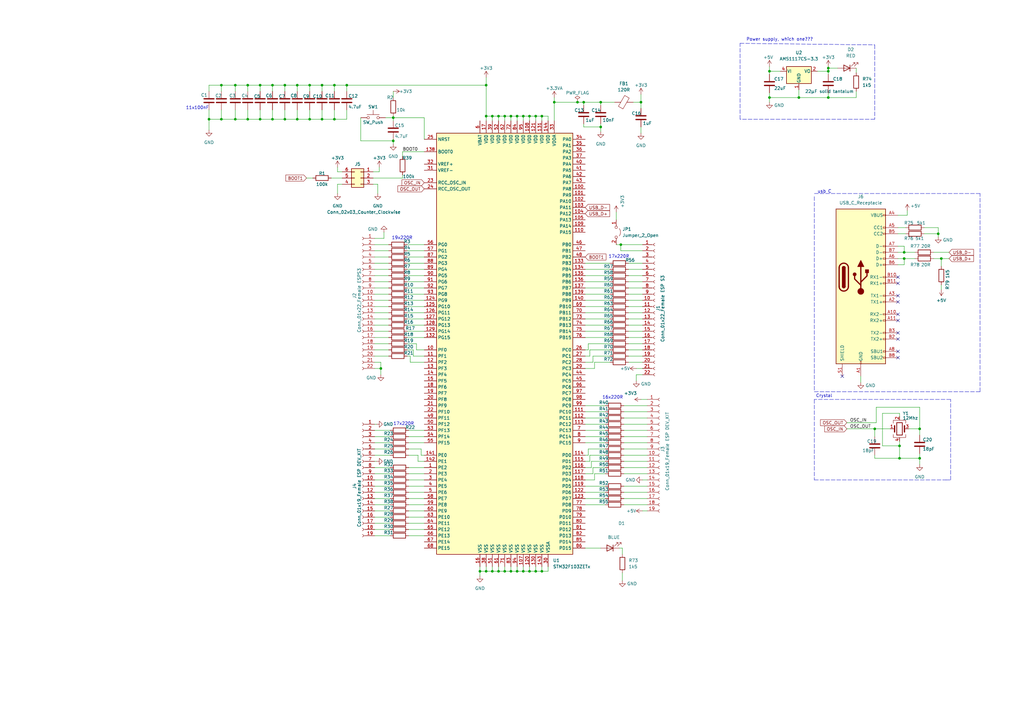
<source format=kicad_sch>
(kicad_sch (version 20211123) (generator eeschema)
  (paper "A3")
  (junction (at 90.805 48.895))
  (junction (at 161.29 48.26))
  (junction (at 327.66 40.005))
  (junction (at 222.25 47.625))
  (junction (at 384.81 95.885))
  (junction (at 85.725 48.895))
  (junction (at 368.935 182.88))
  (junction (at 217.17 47.625))
  (junction (at 90.805 34.925))
  (junction (at 132.08 34.925))
  (junction (at 214.63 234.315))
  (junction (at 239.395 41.91))
  (junction (at 315.595 40.005))
  (junction (at 137.16 34.925))
  (junction (at 377.19 187.96))
  (junction (at 370.84 103.505))
  (junction (at 132.08 48.895))
  (junction (at 204.47 234.315))
  (junction (at 227.33 41.91))
  (junction (at 339.725 29.21))
  (junction (at 377.19 175.895))
  (junction (at 207.01 47.625))
  (junction (at 121.92 48.895))
  (junction (at 201.93 47.625))
  (junction (at 222.25 234.315))
  (junction (at 370.84 106.045))
  (junction (at 106.68 34.925))
  (junction (at 207.01 234.315))
  (junction (at 116.84 48.895))
  (junction (at 199.39 34.925))
  (junction (at 339.725 40.005))
  (junction (at 246.38 52.07))
  (junction (at 368.935 187.96))
  (junction (at 116.84 34.925))
  (junction (at 201.93 234.315))
  (junction (at 236.855 41.91))
  (junction (at 209.55 234.315))
  (junction (at 96.52 48.895))
  (junction (at 358.775 175.895))
  (junction (at 386.08 106.045))
  (junction (at 142.24 34.925))
  (junction (at 219.71 47.625))
  (junction (at 209.55 47.625))
  (junction (at 106.68 48.895))
  (junction (at 199.39 234.315))
  (junction (at 111.76 34.925))
  (junction (at 96.52 34.925))
  (junction (at 196.85 234.315))
  (junction (at 262.89 41.91))
  (junction (at 246.38 41.91))
  (junction (at 254.635 100.33))
  (junction (at 214.63 47.625))
  (junction (at 137.16 48.895))
  (junction (at 121.92 34.925))
  (junction (at 217.17 234.315))
  (junction (at 156.21 151.13))
  (junction (at 212.09 234.315))
  (junction (at 339.725 27.94))
  (junction (at 315.595 29.21))
  (junction (at 101.6 48.895))
  (junction (at 204.47 47.625))
  (junction (at 219.71 234.315))
  (junction (at 127 48.895))
  (junction (at 111.76 48.895))
  (junction (at 161.29 57.785))
  (junction (at 212.09 47.625))
  (junction (at 199.39 47.625))
  (junction (at 101.6 34.925))
  (junction (at 127 34.925))
  (no_connect (at 368.3 139.065))
  (no_connect (at 368.3 113.665))
  (no_connect (at 368.3 146.685))
  (no_connect (at 368.3 116.205))
  (no_connect (at 368.3 123.825))
  (no_connect (at 345.44 154.305))
  (no_connect (at 368.3 131.445))
  (no_connect (at 368.3 121.285))
  (no_connect (at 368.3 144.145))
  (no_connect (at 368.3 128.905))
  (no_connect (at 368.3 136.525))
  (wire (pts (xy 153.67 219.71) (xy 160.02 219.71)))
  (wire (pts (xy 90.805 45.085) (xy 90.805 48.895)))
  (wire (pts (xy 159.385 113.03) (xy 153.67 113.03)))
  (wire (pts (xy 90.805 34.925) (xy 90.805 37.465)))
  (wire (pts (xy 240.03 135.89) (xy 250.19 135.89)))
  (wire (pts (xy 147.955 57.785) (xy 161.29 57.785)))
  (wire (pts (xy 161.29 47.625) (xy 161.29 48.26)))
  (wire (pts (xy 257.81 135.89) (xy 263.525 135.89)))
  (wire (pts (xy 250.19 140.97) (xy 241.3 140.97)))
  (wire (pts (xy 240.03 166.37) (xy 248.285 166.37)))
  (wire (pts (xy 116.84 45.085) (xy 116.84 48.895)))
  (wire (pts (xy 257.81 110.49) (xy 263.525 110.49)))
  (wire (pts (xy 96.52 48.895) (xy 90.805 48.895)))
  (wire (pts (xy 240.03 199.39) (xy 248.285 199.39)))
  (wire (pts (xy 159.385 123.19) (xy 153.67 123.19)))
  (wire (pts (xy 255.905 179.07) (xy 265.43 179.07)))
  (wire (pts (xy 96.52 45.085) (xy 96.52 48.895)))
  (wire (pts (xy 368.3 93.345) (xy 371.475 93.345)))
  (wire (pts (xy 160.02 184.15) (xy 153.67 184.15)))
  (wire (pts (xy 370.84 108.585) (xy 370.84 106.045)))
  (wire (pts (xy 159.385 125.73) (xy 153.67 125.73)))
  (wire (pts (xy 377.19 186.055) (xy 377.19 187.96)))
  (wire (pts (xy 132.08 34.925) (xy 132.08 37.465)))
  (wire (pts (xy 85.725 48.895) (xy 85.725 53.34)))
  (wire (pts (xy 351.155 40.005) (xy 339.725 40.005)))
  (wire (pts (xy 239.395 41.91) (xy 239.395 43.18)))
  (wire (pts (xy 240.03 151.13) (xy 243.84 151.13)))
  (wire (pts (xy 173.99 110.49) (xy 167.005 110.49)))
  (wire (pts (xy 359.41 173.355) (xy 359.41 167.005)))
  (wire (pts (xy 161.29 57.785) (xy 161.29 59.055)))
  (wire (pts (xy 159.385 105.41) (xy 153.67 105.41)))
  (wire (pts (xy 246.38 50.8) (xy 246.38 52.07)))
  (wire (pts (xy 170.815 143.51) (xy 170.815 140.97)))
  (wire (pts (xy 212.09 234.315) (xy 214.63 234.315)))
  (wire (pts (xy 161.29 48.26) (xy 161.29 49.53)))
  (wire (pts (xy 240.03 125.73) (xy 250.19 125.73)))
  (wire (pts (xy 153.035 75.565) (xy 154.94 75.565)))
  (polyline (pts (xy 358.775 48.895) (xy 303.53 48.895)))
  (wire (pts (xy 372.11 88.265) (xy 372.11 86.36)))
  (wire (pts (xy 255.905 204.47) (xy 265.43 204.47)))
  (wire (pts (xy 171.45 186.69) (xy 167.64 186.69)))
  (wire (pts (xy 262.89 38.735) (xy 262.89 41.91)))
  (wire (pts (xy 372.745 175.895) (xy 377.19 175.895)))
  (wire (pts (xy 138.43 70.485) (xy 140.335 70.485)))
  (wire (pts (xy 132.08 34.925) (xy 137.16 34.925)))
  (wire (pts (xy 217.17 232.41) (xy 217.17 234.315)))
  (wire (pts (xy 167.64 219.71) (xy 173.99 219.71)))
  (wire (pts (xy 173.99 125.73) (xy 167.005 125.73)))
  (wire (pts (xy 106.68 34.925) (xy 111.76 34.925)))
  (wire (pts (xy 96.52 34.925) (xy 101.6 34.925)))
  (wire (pts (xy 153.67 209.55) (xy 160.02 209.55)))
  (wire (pts (xy 199.39 232.41) (xy 199.39 234.315)))
  (wire (pts (xy 222.25 234.315) (xy 224.79 234.315)))
  (wire (pts (xy 222.25 47.625) (xy 222.25 49.53)))
  (wire (pts (xy 240.03 148.59) (xy 243.205 148.59)))
  (wire (pts (xy 243.205 191.77) (xy 248.285 191.77)))
  (wire (pts (xy 368.3 88.265) (xy 372.11 88.265)))
  (wire (pts (xy 167.005 140.97) (xy 170.815 140.97)))
  (wire (pts (xy 159.385 107.95) (xy 153.67 107.95)))
  (wire (pts (xy 339.725 29.21) (xy 339.725 30.48)))
  (wire (pts (xy 255.905 201.93) (xy 265.43 201.93)))
  (wire (pts (xy 204.47 232.41) (xy 204.47 234.315)))
  (wire (pts (xy 257.81 125.73) (xy 263.525 125.73)))
  (wire (pts (xy 156.21 151.13) (xy 156.21 153.67)))
  (wire (pts (xy 242.57 191.77) (xy 240.03 191.77)))
  (wire (pts (xy 240.03 189.23) (xy 241.935 189.23)))
  (wire (pts (xy 167.6935 204.47) (xy 173.99 204.47)))
  (wire (pts (xy 111.76 45.085) (xy 111.76 48.895)))
  (wire (pts (xy 173.99 133.35) (xy 167.005 133.35)))
  (wire (pts (xy 173.99 48.26) (xy 173.99 57.15)))
  (wire (pts (xy 173.99 135.89) (xy 167.005 135.89)))
  (wire (pts (xy 106.68 48.895) (xy 101.6 48.895)))
  (wire (pts (xy 153.67 176.53) (xy 160.02 176.53)))
  (wire (pts (xy 137.16 34.925) (xy 142.24 34.925)))
  (wire (pts (xy 370.84 106.045) (xy 375.285 106.045)))
  (wire (pts (xy 159.385 115.57) (xy 153.67 115.57)))
  (wire (pts (xy 255.27 224.79) (xy 255.27 227.33)))
  (wire (pts (xy 255.905 173.99) (xy 265.43 173.99)))
  (wire (pts (xy 222.25 47.625) (xy 224.79 47.625)))
  (wire (pts (xy 224.79 47.625) (xy 224.79 49.53)))
  (wire (pts (xy 368.3 100.965) (xy 370.84 100.965)))
  (wire (pts (xy 204.47 234.315) (xy 207.01 234.315)))
  (wire (pts (xy 173.99 138.43) (xy 167.005 138.43)))
  (wire (pts (xy 153.035 70.485) (xy 155.575 70.485)))
  (polyline (pts (xy 389.89 163.83) (xy 334.01 163.83)))
  (wire (pts (xy 173.99 186.69) (xy 172.72 186.69)))
  (wire (pts (xy 241.3 143.51) (xy 240.03 143.51)))
  (wire (pts (xy 159.385 143.51) (xy 153.67 143.51)))
  (wire (pts (xy 209.55 47.625) (xy 209.55 49.53)))
  (wire (pts (xy 370.84 100.965) (xy 370.84 103.505)))
  (wire (pts (xy 171.45 189.23) (xy 171.45 186.69)))
  (wire (pts (xy 257.81 148.59) (xy 263.525 148.59)))
  (wire (pts (xy 161.29 57.15) (xy 161.29 57.785)))
  (wire (pts (xy 121.92 34.925) (xy 121.92 37.465)))
  (wire (pts (xy 207.01 47.625) (xy 209.55 47.625)))
  (wire (pts (xy 386.08 116.84) (xy 386.08 118.745)))
  (wire (pts (xy 212.09 232.41) (xy 212.09 234.315)))
  (wire (pts (xy 241.3 184.15) (xy 248.285 184.15)))
  (wire (pts (xy 248.285 189.23) (xy 242.57 189.23)))
  (wire (pts (xy 165.1 62.23) (xy 165.1 64.135)))
  (wire (pts (xy 240.03 194.31) (xy 243.205 194.31)))
  (wire (pts (xy 358.775 175.895) (xy 358.775 179.07)))
  (wire (pts (xy 254.635 100.33) (xy 263.525 100.33)))
  (wire (pts (xy 377.19 175.895) (xy 377.19 178.435)))
  (wire (pts (xy 159.385 135.89) (xy 153.67 135.89)))
  (wire (pts (xy 240.03 133.35) (xy 250.19 133.35)))
  (wire (pts (xy 240.03 115.57) (xy 250.19 115.57)))
  (wire (pts (xy 121.92 34.925) (xy 127 34.925)))
  (wire (pts (xy 257.81 115.57) (xy 263.525 115.57)))
  (wire (pts (xy 137.16 34.925) (xy 137.16 37.465)))
  (wire (pts (xy 153.035 73.025) (xy 165.1 73.025)))
  (wire (pts (xy 199.39 47.625) (xy 201.93 47.625)))
  (wire (pts (xy 111.76 48.895) (xy 116.84 48.895)))
  (wire (pts (xy 156.21 148.59) (xy 156.21 151.13)))
  (wire (pts (xy 153.67 217.17) (xy 160.02 217.17)))
  (wire (pts (xy 167.64 176.53) (xy 173.99 176.53)))
  (wire (pts (xy 246.38 52.07) (xy 239.395 52.07)))
  (wire (pts (xy 243.205 146.05) (xy 250.19 146.05)))
  (wire (pts (xy 167.6935 191.77) (xy 173.99 191.77)))
  (wire (pts (xy 248.285 194.31) (xy 243.84 194.31)))
  (wire (pts (xy 243.84 148.59) (xy 250.19 148.59)))
  (wire (pts (xy 257.81 120.65) (xy 263.525 120.65)))
  (wire (pts (xy 173.99 128.27) (xy 167.005 128.27)))
  (wire (pts (xy 315.595 40.005) (xy 327.66 40.005)))
  (wire (pts (xy 153.67 189.23) (xy 154.305 189.23)))
  (wire (pts (xy 263.525 196.85) (xy 265.43 196.85)))
  (wire (pts (xy 153.67 102.87) (xy 159.385 102.87)))
  (wire (pts (xy 243.84 151.13) (xy 243.84 148.59)))
  (wire (pts (xy 240.03 113.03) (xy 250.19 113.03)))
  (wire (pts (xy 167.005 102.87) (xy 173.99 102.87)))
  (wire (pts (xy 127 34.925) (xy 127 37.465)))
  (wire (pts (xy 240.03 171.45) (xy 248.285 171.45)))
  (wire (pts (xy 339.725 40.005) (xy 339.725 38.1)))
  (wire (pts (xy 227.33 41.91) (xy 227.33 49.53)))
  (wire (pts (xy 227.33 41.91) (xy 236.855 41.91)))
  (wire (pts (xy 132.08 45.085) (xy 132.08 48.895)))
  (wire (pts (xy 173.99 107.95) (xy 167.005 107.95)))
  (wire (pts (xy 212.09 47.625) (xy 212.09 49.53)))
  (wire (pts (xy 127 48.895) (xy 132.08 48.895)))
  (wire (pts (xy 85.725 37.465) (xy 85.725 34.925)))
  (polyline (pts (xy 334.01 79.375) (xy 401.955 79.375)))
  (wire (pts (xy 315.595 29.21) (xy 315.595 30.48)))
  (wire (pts (xy 255.905 186.69) (xy 265.43 186.69)))
  (wire (pts (xy 153.67 214.63) (xy 160.02 214.63)))
  (wire (pts (xy 382.905 103.505) (xy 389.255 103.505)))
  (wire (pts (xy 242.57 189.23) (xy 242.57 191.77)))
  (wire (pts (xy 201.93 232.41) (xy 201.93 234.315)))
  (wire (pts (xy 159.385 130.81) (xy 153.67 130.81)))
  (wire (pts (xy 241.935 186.69) (xy 248.285 186.69)))
  (wire (pts (xy 358.775 186.69) (xy 358.775 187.96)))
  (wire (pts (xy 240.03 128.27) (xy 250.19 128.27)))
  (wire (pts (xy 214.63 47.625) (xy 217.17 47.625)))
  (wire (pts (xy 173.99 123.19) (xy 167.005 123.19)))
  (wire (pts (xy 167.64 217.17) (xy 173.99 217.17)))
  (wire (pts (xy 384.81 95.885) (xy 384.81 97.155)))
  (wire (pts (xy 353.06 154.305) (xy 353.06 156.845)))
  (wire (pts (xy 127 45.085) (xy 127 48.895)))
  (wire (pts (xy 263.525 209.55) (xy 265.43 209.55)))
  (wire (pts (xy 259.715 41.91) (xy 262.89 41.91)))
  (wire (pts (xy 157.48 97.79) (xy 153.67 97.79)))
  (wire (pts (xy 240.03 176.53) (xy 248.285 176.53)))
  (wire (pts (xy 153.67 199.39) (xy 160.0735 199.39)))
  (wire (pts (xy 207.01 232.41) (xy 207.01 234.315)))
  (wire (pts (xy 153.67 151.13) (xy 156.21 151.13)))
  (wire (pts (xy 142.24 34.925) (xy 142.24 37.465)))
  (wire (pts (xy 243.84 196.85) (xy 240.03 196.85)))
  (wire (pts (xy 111.76 34.925) (xy 116.84 34.925)))
  (wire (pts (xy 196.85 234.315) (xy 196.85 236.22)))
  (wire (pts (xy 214.63 234.315) (xy 217.17 234.315)))
  (wire (pts (xy 361.95 182.88) (xy 368.935 182.88)))
  (wire (pts (xy 255.905 166.37) (xy 265.43 166.37)))
  (wire (pts (xy 255.27 234.95) (xy 255.27 238.125)))
  (wire (pts (xy 201.93 47.625) (xy 201.93 49.53)))
  (wire (pts (xy 351.155 37.465) (xy 351.155 40.005)))
  (wire (pts (xy 201.93 234.315) (xy 204.47 234.315)))
  (polyline (pts (xy 303.53 48.895) (xy 303.53 17.78)))
  (wire (pts (xy 157.48 95.25) (xy 157.48 97.79)))
  (wire (pts (xy 315.595 38.1) (xy 315.595 40.005)))
  (wire (pts (xy 241.3 140.97) (xy 241.3 143.51)))
  (wire (pts (xy 384.81 93.345) (xy 384.81 95.885)))
  (wire (pts (xy 106.68 48.895) (xy 111.76 48.895)))
  (wire (pts (xy 153.67 207.01) (xy 160.0735 207.01)))
  (wire (pts (xy 160.02 186.69) (xy 153.67 186.69)))
  (wire (pts (xy 132.08 48.895) (xy 137.16 48.895)))
  (wire (pts (xy 125.73 73.025) (xy 128.27 73.025)))
  (wire (pts (xy 260.985 153.67) (xy 260.985 156.21)))
  (wire (pts (xy 243.84 194.31) (xy 243.84 196.85)))
  (wire (pts (xy 121.92 45.085) (xy 121.92 48.895)))
  (wire (pts (xy 173.99 118.11) (xy 167.005 118.11)))
  (wire (pts (xy 161.29 48.26) (xy 173.99 48.26)))
  (wire (pts (xy 257.81 130.81) (xy 263.525 130.81)))
  (wire (pts (xy 172.72 184.15) (xy 167.64 184.15)))
  (wire (pts (xy 240.03 120.65) (xy 250.19 120.65)))
  (wire (pts (xy 154.305 173.99) (xy 153.67 173.99)))
  (wire (pts (xy 207.01 47.625) (xy 207.01 49.53)))
  (wire (pts (xy 167.64 214.63) (xy 173.99 214.63)))
  (wire (pts (xy 217.17 47.625) (xy 217.17 49.53)))
  (polyline (pts (xy 334.01 160.655) (xy 401.955 160.655)))
  (wire (pts (xy 153.67 201.93) (xy 160.0735 201.93)))
  (wire (pts (xy 262.89 163.83) (xy 265.43 163.83)))
  (wire (pts (xy 159.385 128.27) (xy 153.67 128.27)))
  (wire (pts (xy 370.84 103.505) (xy 375.285 103.505)))
  (wire (pts (xy 240.03 207.01) (xy 248.285 207.01)))
  (wire (pts (xy 137.16 48.895) (xy 142.24 48.895)))
  (wire (pts (xy 257.81 140.97) (xy 263.525 140.97)))
  (polyline (pts (xy 358.775 18.415) (xy 358.775 48.895)))
  (wire (pts (xy 377.19 190.5) (xy 377.19 187.96)))
  (wire (pts (xy 368.935 187.96) (xy 368.935 182.88)))
  (wire (pts (xy 159.385 140.97) (xy 153.67 140.97)))
  (wire (pts (xy 252.73 100.33) (xy 254.635 100.33)))
  (wire (pts (xy 327.66 40.005) (xy 327.66 36.83)))
  (wire (pts (xy 159.385 118.11) (xy 153.67 118.11)))
  (wire (pts (xy 255.905 184.15) (xy 265.43 184.15)))
  (wire (pts (xy 106.68 45.085) (xy 106.68 48.895)))
  (wire (pts (xy 153.67 100.33) (xy 159.385 100.33)))
  (wire (pts (xy 241.935 143.51) (xy 250.19 143.51)))
  (wire (pts (xy 138.43 68.58) (xy 138.43 70.485)))
  (wire (pts (xy 201.93 47.625) (xy 204.47 47.625)))
  (wire (pts (xy 209.55 232.41) (xy 209.55 234.315)))
  (wire (pts (xy 257.81 107.95) (xy 263.525 107.95)))
  (wire (pts (xy 255.905 207.01) (xy 265.43 207.01)))
  (wire (pts (xy 173.99 113.03) (xy 167.005 113.03)))
  (wire (pts (xy 246.38 41.91) (xy 252.095 41.91)))
  (wire (pts (xy 361.95 169.545) (xy 361.95 182.88)))
  (wire (pts (xy 240.03 181.61) (xy 248.285 181.61)))
  (wire (pts (xy 262.89 41.91) (xy 262.89 44.45)))
  (wire (pts (xy 368.3 108.585) (xy 370.84 108.585)))
  (wire (pts (xy 240.03 173.99) (xy 248.285 173.99)))
  (wire (pts (xy 382.905 106.045) (xy 386.08 106.045)))
  (wire (pts (xy 255.905 191.77) (xy 265.43 191.77)))
  (wire (pts (xy 161.29 37.465) (xy 161.29 40.005)))
  (wire (pts (xy 263.525 102.87) (xy 254.635 102.87)))
  (wire (pts (xy 240.03 138.43) (xy 250.19 138.43)))
  (wire (pts (xy 315.595 40.005) (xy 315.595 41.91)))
  (wire (pts (xy 214.63 232.41) (xy 214.63 234.315)))
  (wire (pts (xy 153.67 179.07) (xy 160.02 179.07)))
  (wire (pts (xy 240.03 110.49) (xy 250.19 110.49)))
  (wire (pts (xy 153.67 194.31) (xy 160.0735 194.31)))
  (wire (pts (xy 153.67 212.09) (xy 160.02 212.09)))
  (wire (pts (xy 240.03 168.91) (xy 248.285 168.91)))
  (wire (pts (xy 153.67 191.77) (xy 160.0735 191.77)))
  (wire (pts (xy 167.64 212.09) (xy 173.99 212.09)))
  (wire (pts (xy 214.63 47.625) (xy 214.63 49.53)))
  (wire (pts (xy 85.725 34.925) (xy 90.805 34.925)))
  (wire (pts (xy 240.03 201.93) (xy 248.285 201.93)))
  (wire (pts (xy 167.005 100.33) (xy 173.99 100.33)))
  (wire (pts (xy 339.725 27.305) (xy 339.725 27.94)))
  (wire (pts (xy 199.39 47.625) (xy 199.39 49.53)))
  (wire (pts (xy 327.66 40.005) (xy 339.725 40.005)))
  (wire (pts (xy 240.03 123.19) (xy 250.19 123.19)))
  (wire (pts (xy 173.99 115.57) (xy 167.005 115.57)))
  (wire (pts (xy 241.935 146.05) (xy 241.935 143.51)))
  (wire (pts (xy 224.79 234.315) (xy 224.79 232.41)))
  (wire (pts (xy 339.725 27.94) (xy 343.535 27.94)))
  (wire (pts (xy 241.935 189.23) (xy 241.935 186.69)))
  (wire (pts (xy 240.03 224.79) (xy 246.38 224.79)))
  (wire (pts (xy 255.905 199.39) (xy 265.43 199.39)))
  (wire (pts (xy 212.09 47.625) (xy 214.63 47.625)))
  (wire (pts (xy 239.395 41.91) (xy 246.38 41.91)))
  (wire (pts (xy 246.38 41.91) (xy 246.38 43.18)))
  (wire (pts (xy 172.72 186.69) (xy 172.72 184.15)))
  (wire (pts (xy 167.64 181.61) (xy 173.99 181.61)))
  (wire (pts (xy 320.04 29.21) (xy 315.595 29.21)))
  (wire (pts (xy 257.81 138.43) (xy 263.525 138.43)))
  (wire (pts (xy 158.115 48.26) (xy 161.29 48.26)))
  (wire (pts (xy 217.17 234.315) (xy 219.71 234.315)))
  (polyline (pts (xy 334.01 163.83) (xy 334.01 196.85)))
  (wire (pts (xy 260.985 151.13) (xy 263.525 151.13)))
  (wire (pts (xy 196.85 234.315) (xy 199.39 234.315)))
  (wire (pts (xy 101.6 48.895) (xy 96.52 48.895)))
  (wire (pts (xy 85.725 45.085) (xy 85.725 48.895)))
  (wire (pts (xy 204.47 47.625) (xy 204.47 49.53)))
  (wire (pts (xy 243.205 148.59) (xy 243.205 146.05)))
  (polyline (pts (xy 387.985 196.85) (xy 389.89 196.85)))
  (wire (pts (xy 121.92 48.895) (xy 127 48.895)))
  (wire (pts (xy 368.3 106.045) (xy 370.84 106.045)))
  (wire (pts (xy 209.55 234.315) (xy 212.09 234.315)))
  (wire (pts (xy 255.905 168.91) (xy 265.43 168.91)))
  (wire (pts (xy 167.6935 194.31) (xy 173.99 194.31)))
  (wire (pts (xy 159.385 146.05) (xy 153.67 146.05)))
  (wire (pts (xy 240.03 130.81) (xy 250.19 130.81)))
  (polyline (pts (xy 334.01 80.645) (xy 334.01 160.655)))
  (wire (pts (xy 173.99 130.81) (xy 167.005 130.81)))
  (wire (pts (xy 155.575 70.485) (xy 155.575 68.58)))
  (wire (pts (xy 240.03 204.47) (xy 248.285 204.47)))
  (wire (pts (xy 240.03 146.05) (xy 241.935 146.05)))
  (wire (pts (xy 219.71 47.625) (xy 222.25 47.625)))
  (wire (pts (xy 379.095 93.345) (xy 384.81 93.345)))
  (wire (pts (xy 101.6 34.925) (xy 101.6 37.465)))
  (wire (pts (xy 138.43 75.565) (xy 140.335 75.565)))
  (wire (pts (xy 169.545 143.51) (xy 167.005 143.51)))
  (wire (pts (xy 257.81 118.11) (xy 263.525 118.11)))
  (wire (pts (xy 159.385 110.49) (xy 153.67 110.49)))
  (wire (pts (xy 204.47 47.625) (xy 207.01 47.625)))
  (wire (pts (xy 240.03 179.07) (xy 248.285 179.07)))
  (wire (pts (xy 252.73 86.995) (xy 252.73 90.17)))
  (wire (pts (xy 386.08 106.045) (xy 386.08 109.22)))
  (wire (pts (xy 167.6935 199.39) (xy 173.99 199.39)))
  (wire (pts (xy 222.25 232.41) (xy 222.25 234.315)))
  (wire (pts (xy 219.71 232.41) (xy 219.71 234.315)))
  (wire (pts (xy 116.84 48.895) (xy 121.92 48.895)))
  (wire (pts (xy 243.205 194.31) (xy 243.205 191.77)))
  (wire (pts (xy 358.775 187.96) (xy 368.935 187.96)))
  (wire (pts (xy 240.03 118.11) (xy 250.19 118.11)))
  (wire (pts (xy 154.94 75.565) (xy 154.94 79.375)))
  (wire (pts (xy 153.67 181.61) (xy 160.02 181.61)))
  (wire (pts (xy 219.71 47.625) (xy 219.71 49.53)))
  (wire (pts (xy 142.24 45.085) (xy 142.24 48.895)))
  (wire (pts (xy 101.6 45.085) (xy 101.6 48.895)))
  (wire (pts (xy 116.84 34.925) (xy 121.92 34.925)))
  (wire (pts (xy 173.99 189.23) (xy 171.45 189.23)))
  (wire (pts (xy 236.855 41.91) (xy 239.395 41.91)))
  (wire (pts (xy 167.6935 207.01) (xy 173.99 207.01)))
  (wire (pts (xy 262.89 52.07) (xy 262.89 54.61)))
  (wire (pts (xy 169.545 146.05) (xy 169.545 143.51)))
  (wire (pts (xy 255.905 171.45) (xy 265.43 171.45)))
  (wire (pts (xy 254.635 102.87) (xy 254.635 100.33)))
  (wire (pts (xy 101.6 34.925) (xy 106.68 34.925)))
  (wire (pts (xy 257.81 143.51) (xy 263.525 143.51)))
  (wire (pts (xy 138.43 79.375) (xy 138.43 75.565)))
  (wire (pts (xy 153.67 204.47) (xy 160.0735 204.47)))
  (wire (pts (xy 359.41 167.005) (xy 377.19 167.005)))
  (wire (pts (xy 335.28 29.21) (xy 339.725 29.21)))
  (wire (pts (xy 257.81 113.03) (xy 263.525 113.03)))
  (wire (pts (xy 167.6935 201.93) (xy 173.99 201.93)))
  (wire (pts (xy 265.43 189.23) (xy 255.905 189.23)))
  (wire (pts (xy 167.64 209.55) (xy 173.99 209.55)))
  (wire (pts (xy 159.385 138.43) (xy 153.67 138.43)))
  (wire (pts (xy 199.39 234.315) (xy 201.93 234.315)))
  (wire (pts (xy 217.17 47.625) (xy 219.71 47.625)))
  (wire (pts (xy 255.905 181.61) (xy 265.43 181.61)))
  (wire (pts (xy 254 224.79) (xy 255.27 224.79)))
  (wire (pts (xy 168.275 146.05) (xy 167.005 146.05)))
  (wire (pts (xy 142.24 34.925) (xy 199.39 34.925)))
  (wire (pts (xy 315.595 27.305) (xy 315.595 29.21)))
  (wire (pts (xy 263.525 153.67) (xy 260.985 153.67)))
  (wire (pts (xy 255.905 176.53) (xy 265.43 176.53)))
  (wire (pts (xy 147.955 48.26) (xy 147.955 57.785)))
  (wire (pts (xy 257.81 123.19) (xy 263.525 123.19)))
  (wire (pts (xy 368.935 169.545) (xy 361.95 169.545)))
  (wire (pts (xy 265.43 194.31) (xy 255.905 194.31)))
  (wire (pts (xy 358.775 175.895) (xy 365.125 175.895)))
  (wire (pts (xy 347.345 173.355) (xy 359.41 173.355)))
  (wire (pts (xy 167.6935 196.85) (xy 173.99 196.85)))
  (wire (pts (xy 135.89 73.025) (xy 140.335 73.025)))
  (wire (pts (xy 368.3 103.505) (xy 370.84 103.505)))
  (wire (pts (xy 240.03 107.95) (xy 250.19 107.95)))
  (wire (pts (xy 379.095 95.885) (xy 384.81 95.885)))
  (wire (pts (xy 159.385 120.65) (xy 153.67 120.65)))
  (polyline (pts (xy 334.01 196.85) (xy 387.985 196.85)))
  (wire (pts (xy 257.81 128.27) (xy 263.525 128.27)))
  (wire (pts (xy 116.84 34.925) (xy 116.84 37.465)))
  (wire (pts (xy 241.3 186.69) (xy 241.3 184.15)))
  (wire (pts (xy 199.39 31.75) (xy 199.39 34.925)))
  (wire (pts (xy 96.52 34.925) (xy 96.52 37.465)))
  (wire (pts (xy 246.38 52.07) (xy 246.38 53.975)))
  (wire (pts (xy 167.64 179.07) (xy 173.99 179.07)))
  (wire (pts (xy 196.85 232.41) (xy 196.85 234.315)))
  (wire (pts (xy 351.155 27.94) (xy 351.155 29.845)))
  (wire (pts (xy 257.81 133.35) (xy 263.525 133.35)))
  (wire (pts (xy 85.725 48.895) (xy 90.805 48.895)))
  (wire (pts (xy 106.68 34.925) (xy 106.68 37.465)))
  (wire (pts (xy 239.395 52.07) (xy 239.395 50.8)))
  (wire (pts (xy 156.21 148.59) (xy 153.67 148.59)))
  (wire (pts (xy 111.76 34.925) (xy 111.76 37.465)))
  (wire (pts (xy 209.55 47.625) (xy 212.09 47.625)))
  (wire (pts (xy 90.805 34.925) (xy 96.52 34.925)))
  (wire (pts (xy 168.275 148.59) (xy 168.275 146.05)))
  (wire (pts (xy 199.39 34.925) (xy 199.39 47.625)))
  (wire (pts (xy 173.99 105.41) (xy 167.005 105.41)))
  (wire (pts (xy 173.99 148.59) (xy 168.275 148.59)))
  (wire (pts (xy 257.81 146.05) (xy 263.525 146.05)))
  (wire (pts (xy 153.67 196.85) (xy 160.0735 196.85)))
  (wire (pts (xy 159.385 133.35) (xy 153.67 133.35)))
  (wire (pts (xy 347.345 175.895) (xy 358.775 175.895)))
  (wire (pts (xy 368.935 182.88) (xy 368.935 180.975)))
  (wire (pts (xy 173.99 143.51) (xy 170.815 143.51)))
  (wire (pts (xy 368.935 187.96) (xy 377.19 187.96)))
  (wire (pts (xy 165.1 73.025) (xy 165.1 71.755)))
  (wire (pts (xy 127 34.925) (xy 132.08 34.925)))
  (wire (pts (xy 207.01 234.315) (xy 209.55 234.315)))
  (polyline (pts (xy 401.955 160.655) (xy 401.955 79.375)))
  (wire (pts (xy 386.08 106.045) (xy 389.255 106.045)))
  (wire (pts (xy 227.33 40.005) (xy 227.33 41.91)))
  (wire (pts (xy 377.19 167.005) (xy 377.19 175.895)))
  (wire (pts (xy 137.16 45.085) (xy 137.16 48.895)))
  (wire (pts (xy 368.935 170.815) (xy 368.935 169.545)))
  (wire (pts (xy 173.99 146.05) (xy 169.545 146.05)))
  (wire (pts (xy 240.03 186.69) (xy 241.3 186.69)))
  (wire (pts (xy 339.725 27.94) (xy 339.725 29.21)))
  (wire (pts (xy 368.3 95.885) (xy 371.475 95.885)))
  (wire (pts (xy 219.71 234.315) (xy 222.25 234.315)))
  (polyline (pts (xy 389.89 196.85) (xy 389.89 163.83)))
  (wire (pts (xy 173.99 120.65) (xy 167.005 120.65)))
  (polyline (pts (xy 303.53 17.78) (xy 358.775 18.415)))
  (wire (pts (xy 165.1 62.23) (xy 173.99 62.23)))
  (text "Power supply, which one???\n\n" (at 306.07 19.05 0) (effects (font (size 1.27 1.27)) (justify left bottom)))
  (text "16x220R" (at 247.015 163.83 0) (effects (font (size 1.27 1.27)) (justify left bottom)))
  (text "17x220R" (at 161.29 174.625 0) (effects (font (size 1.27 1.27)) (justify left bottom)))
  (text "Crystal" (at 334.645 163.195 0) (effects (font (size 1.27 1.27)) (justify left bottom)))
  (text "17x220R" (at 249.555 106.045 0) (effects (font (size 1.27 1.27)) (justify left bottom)))
  (text "usb C" (at 335.28 79.375 0) (effects (font (size 1.27 1.27)) (justify left bottom)))
  (text "19x220R" (at 160.655 98.425 0) (effects (font (size 1.27 1.27)) (justify left bottom)))
  (text "11x100nF" (at 76.2 45.085 0) (effects (font (size 1.27 1.27)) (justify left bottom)))
  (label "OSC_OUT" (at 348.615 175.895 0))
  (label "OSC_IN" (at 348.615 173.355 0))
  (label "BOOT0" (at 165.1 62.23 0))
  (global_label "USB_D-" (shape input) (at 389.255 103.505 0) (property "Intersheet References" "${INTERSHEET_REFS}" (effects hide)))
  (global_label "BOOT1" (shape input) (at 240.03 105.41 0) (property "Intersheet References" "${INTERSHEET_REFS}" (effects hide)))
  (global_label "OSC_IN" (shape input) (at 173.99 74.93 180) (property "Intersheet References" "${INTERSHEET_REFS}" (effects hide)))
  (global_label "BOOT1" (shape input) (at 125.73 73.025 180) (property "Intersheet References" "${INTERSHEET_REFS}" (effects hide)))
  (global_label "OSC_OUT" (shape input) (at 347.345 173.355 180) (property "Intersheet References" "${INTERSHEET_REFS}" (effects hide)))
  (global_label "OSC_IN" (shape input) (at 347.345 175.895 180) (property "Intersheet References" "${INTERSHEET_REFS}" (effects hide)))
  (global_label "USB_D+" (shape input) (at 389.255 106.045 0) (property "Intersheet References" "${INTERSHEET_REFS}" (effects hide)))
  (global_label "OSC_OUT" (shape input) (at 173.99 77.47 180) (property "Intersheet References" "${INTERSHEET_REFS}" (effects hide)))
  (global_label "USB_D-" (shape input) (at 240.03 85.09 0) (property "Intersheet References" "${INTERSHEET_REFS}" (effects hide)))
  (global_label "USB_D+" (shape input) (at 240.03 87.63 0) (property "Intersheet References" "${INTERSHEET_REFS}" (effects hide)))
  (symbol (lib_id "Device:R") (at 163.8835 191.77 90) (unit 1)
    (property "Reference" "R32" (at 159.385 190.5 90))
    (property "Value" "220R" (effects hide))
    (property "Footprint" "Resistor_SMD:R_0603_1608Metric_Pad0.98x0.95mm_HandSolder" (effects hide))
    (property "LCSC" "C22962" (effects hide))
  )
  (symbol (lib_id "Device:R") (at 375.285 95.885 90) (unit 1)
    (property "Reference" "R76" (at 372.745 97.79 90))
    (property "Value" "5k1" (at 377.19 97.79 90))
    (property "Footprint" "Resistor_SMD:R_0603_1608Metric_Pad0.98x0.95mm_HandSolder" (effects hide))
    (property "LCSC" "C23186" (effects hide))
  )
  (symbol (lib_id "Device:C") (at 239.395 46.99 0) (unit 1)
    (property "Reference" "C13" (at 235.585 45.212 0) (effects (justify left)))
    (property "Value" "1uF" (at 240.157 49.276 0) (effects (justify left)))
    (property "Footprint" "Capacitor_SMD:C_0603_1608Metric_Pad1.08x0.95mm_HandSolder" (effects hide))
    (property "LCSC" "C15849" (effects hide))
  )
  (symbol (lib_id "power:+3V3") (at 339.725 27.305 0) (unit 1)
    (property "Reference" "#PWR0108" (effects hide))
    (property "Value" "+3V3" (at 339.725 23.495 0))
  )
  (symbol (lib_id "Device:C") (at 358.775 182.88 0) (unit 1)
    (property "Reference" "C19" (at 355.6 180.975 0) (effects (justify left)))
    (property "Value" "18pF" (at 353.695 184.785 0) (effects (justify left)))
  )
  (symbol (lib_id "Device:R") (at 163.195 100.33 270) (mirror x) (unit 1)
    (property "Reference" "R3" (at 167.005 99.06 90))
    (property "Value" "220R" (effects hide))
    (property "Footprint" "Resistor_SMD:R_0603_1608Metric_Pad0.98x0.95mm_HandSolder" (effects hide))
    (property "LCSC" "C22962" (effects hide))
  )
  (symbol (lib_id "Device:R") (at 163.83 219.71 90) (unit 1)
    (property "Reference" "R31" (at 159.385 218.44 90))
    (property "Value" "220R" (effects hide))
    (property "Footprint" "Resistor_SMD:R_0603_1608Metric_Pad0.98x0.95mm_HandSolder" (effects hide))
    (property "LCSC" "C22962" (effects hide))
  )
  (symbol (lib_id "Device:R") (at 252.095 204.47 90) (unit 1)
    (property "Reference" "R54" (at 247.65 203.2 90))
    (property "Value" "220R" (effects hide))
    (property "Footprint" "Resistor_SMD:R_0603_1608Metric_Pad0.98x0.95mm_HandSolder" (effects hide))
    (property "LCSC" "C22962" (effects hide))
  )
  (symbol (lib_id "Device:C") (at 90.805 41.275 0) (unit 1)
    (property "Reference" "C2" (at 88.265 39.243 0) (effects (justify left)))
    (property "Value" "10nF" (effects hide))
  )
  (symbol (lib_id "Device:R") (at 163.8835 194.31 90) (unit 1)
    (property "Reference" "R33" (at 159.385 193.04 90))
    (property "Value" "220R" (effects hide))
    (property "Footprint" "Resistor_SMD:R_0603_1608Metric_Pad0.98x0.95mm_HandSolder" (effects hide))
    (property "LCSC" "C22962" (effects hide))
  )
  (symbol (lib_id "Connector:USB_C_Receptacle") (at 353.06 113.665 0) (unit 1)
    (property "Reference" "J6" (at 353.06 80.645 0))
    (property "Value" "USB_C_Receptacle" (at 353.06 83.185 0))
    (property "Datasheet" "https://www.usb.org/sites/default/files/documents/usb_type-c.zip" (effects hide))
  )
  (symbol (lib_id "Device:C") (at 96.52 41.275 0) (unit 1)
    (property "Reference" "C3" (at 93.98 39.243 0) (effects (justify left)))
    (property "Value" "10nF" (effects hide))
  )
  (symbol (lib_id "Device:R") (at 165.1 67.945 0) (mirror y) (unit 1)
    (property "Reference" "R39" (at 167.005 64.77 0))
    (property "Value" "100k" (at 167.64 72.39 0))
    (property "Footprint" "Resistor_SMD:R_0603_1608Metric_Pad0.98x0.95mm_HandSolder" (effects hide))
    (property "LCSC" "C25803" (effects hide))
  )
  (symbol (lib_id "Device:R") (at 375.285 93.345 90) (unit 1)
    (property "Reference" "R75" (at 372.745 91.44 90))
    (property "Value" "5k1" (at 377.825 91.44 90))
    (property "Footprint" "Resistor_SMD:R_0603_1608Metric_Pad0.98x0.95mm_HandSolder" (effects hide))
    (property "LCSC" "C23186" (effects hide))
  )
  (symbol (lib_id "Connector:Conn_01x22_Female") (at 148.59 123.19 0) (mirror y) (unit 1)
    (property "Reference" "J2" (at 145.415 121.285 90))
    (property "Value" "Conn_01x22_Female ESPS3" (at 147.32 123.19 90))
  )
  (symbol (lib_id "Device:C") (at 111.76 41.275 0) (unit 1)
    (property "Reference" "C6" (at 108.966 39.243 0) (effects (justify left)))
    (property "Value" "10nF" (effects hide))
  )
  (symbol (lib_id "Device:C") (at 132.08 41.275 0) (unit 1)
    (property "Reference" "C10" (at 128.27 39.497 0) (effects (justify left)))
    (property "Value" "10nF" (effects hide))
  )
  (symbol (lib_id "Device:R") (at 252.095 191.77 90) (unit 1)
    (property "Reference" "R50" (at 247.65 190.5 90))
    (property "Value" "220R" (effects hide))
    (property "Footprint" "Resistor_SMD:R_0603_1608Metric_Pad0.98x0.95mm_HandSolder" (effects hide))
    (property "LCSC" "C22962" (effects hide))
  )
  (symbol (lib_id "Device:R") (at 163.195 143.51 270) (mirror x) (unit 1)
    (property "Reference" "R20" (at 167.64 142.24 90))
    (property "Value" "220R" (effects hide))
    (property "Footprint" "Resistor_SMD:R_0603_1608Metric_Pad0.98x0.95mm_HandSolder" (effects hide))
    (property "LCSC" "C22962" (effects hide))
  )
  (symbol (lib_id "Device:R") (at 252.095 166.37 90) (unit 1)
    (property "Reference" "R40" (at 247.65 165.1 90))
    (property "Value" "220R" (effects hide))
    (property "Footprint" "Resistor_SMD:R_0603_1608Metric_Pad0.98x0.95mm_HandSolder" (effects hide))
    (property "LCSC" "C22962" (effects hide))
  )
  (symbol (lib_id "Device:R") (at 254 146.05 90) (unit 1)
    (property "Reference" "R71" (at 249.555 144.78 90))
    (property "Value" "220R" (effects hide))
    (property "Footprint" "Resistor_SMD:R_0603_1608Metric_Pad0.98x0.95mm_HandSolder" (effects hide))
    (property "LCSC" "C22962" (effects hide))
  )
  (symbol (lib_id "Connector:Conn_01x19_Female") (at 270.51 186.69 0) (unit 1)
    (property "Reference" "J3" (at 271.78 185.4199 90) (effects (justify left)))
    (property "Value" "Conn_01x19_Female ESP DEV_KIT" (at 273.685 201.295 90) (effects (justify left)))
  )
  (symbol (lib_id "Connector:Conn_01x22_Female") (at 268.605 125.73 0) (unit 1)
    (property "Reference" "J1" (at 269.875 127.635 90) (effects (justify left)))
    (property "Value" "Conn_01x22_Female ESP S3" (at 271.78 140.335 90) (effects (justify left)))
  )
  (symbol (lib_id "Device:C") (at 116.84 41.275 0) (unit 1)
    (property "Reference" "C7" (at 114.3 39.497 0) (effects (justify left)))
    (property "Value" "10nF" (effects hide))
  )
  (symbol (lib_id "Device:R") (at 163.8835 204.47 90) (unit 1)
    (property "Reference" "R37" (at 159.385 203.2 90))
    (property "Value" "220R" (effects hide))
    (property "Footprint" "Resistor_SMD:R_0603_1608Metric_Pad0.98x0.95mm_HandSolder" (effects hide))
    (property "LCSC" "C22962" (effects hide))
  )
  (symbol (lib_id "Device:C") (at 377.19 182.245 0) (unit 1)
    (property "Reference" "C20" (at 378.46 180.34 0) (effects (justify left)))
    (property "Value" "18pF" (at 378.46 184.15 0) (effects (justify left)))
  )
  (symbol (lib_id "power:GND") (at 260.985 156.21 0) (unit 1)
    (property "Reference" "#PWR014" (effects hide))
    (property "Value" "GND" (at 262.89 157.48 0) (effects (justify left)))
  )
  (symbol (lib_id "Device:R") (at 163.195 133.35 270) (mirror x) (unit 1)
    (property "Reference" "R16" (at 167.64 132.08 90))
    (property "Value" "220R" (effects hide))
    (property "Footprint" "Resistor_SMD:R_0603_1608Metric_Pad0.98x0.95mm_HandSolder" (effects hide))
    (property "LCSC" "C22962" (effects hide))
  )
  (symbol (lib_id "Device:R") (at 163.195 135.89 270) (mirror x) (unit 1)
    (property "Reference" "R17" (at 168.275 134.62 90))
    (property "Value" "220R" (effects hide))
    (property "Footprint" "Resistor_SMD:R_0603_1608Metric_Pad0.98x0.95mm_HandSolder" (effects hide))
    (property "LCSC" "C22962" (effects hide))
  )
  (symbol (lib_id "power:GND") (at 263.525 196.85 270) (unit 1)
    (property "Reference" "#PWR016" (effects hide))
    (property "Value" "GND" (at 256.54 196.85 90) (effects (justify left)))
  )
  (symbol (lib_id "Device:R") (at 163.195 115.57 270) (mirror x) (unit 1)
    (property "Reference" "R9" (at 167.005 114.3 90))
    (property "Value" "220R" (effects hide))
    (property "Footprint" "Resistor_SMD:R_0603_1608Metric_Pad0.98x0.95mm_HandSolder" (effects hide))
    (property "LCSC" "C22962" (effects hide))
  )
  (symbol (lib_id "Device:R") (at 254 148.59 90) (unit 1)
    (property "Reference" "R72" (at 249.555 147.32 90))
    (property "Value" "220R" (effects hide))
    (property "Footprint" "Resistor_SMD:R_0603_1608Metric_Pad0.98x0.95mm_HandSolder" (effects hide))
    (property "LCSC" "C22962" (effects hide))
  )
  (symbol (lib_id "Device:C") (at 121.92 41.275 0) (unit 1)
    (property "Reference" "C8" (at 119.126 39.243 0) (effects (justify left)))
    (property "Value" "10nF" (effects hide))
  )
  (symbol (lib_id "power:PWR_FLAG") (at 236.855 41.91 0) (unit 1)
    (property "Reference" "#FLG0101" (effects hide))
    (property "Value" "PWR_FLAG" (at 236.855 38.1 0))
  )
  (symbol (lib_id "power:+5V") (at 372.11 86.36 0) (unit 1)
    (property "Reference" "#PWR019" (effects hide))
    (property "Value" "+5V" (at 373.38 84.455 0) (effects (justify left)))
  )
  (symbol (lib_id "Device:R") (at 252.095 199.39 90) (unit 1)
    (property "Reference" "R52" (at 247.65 198.12 90))
    (property "Value" "220R" (effects hide))
    (property "Footprint" "Resistor_SMD:R_0603_1608Metric_Pad0.98x0.95mm_HandSolder" (effects hide))
    (property "LCSC" "C22962" (effects hide))
  )
  (symbol (lib_id "Device:R") (at 252.095 194.31 90) (unit 1)
    (property "Reference" "R51" (at 247.65 193.04 90))
    (property "Value" "220R" (effects hide))
    (property "Footprint" "Resistor_SMD:R_0603_1608Metric_Pad0.98x0.95mm_HandSolder" (effects hide))
    (property "LCSC" "C22962" (effects hide))
  )
  (symbol (lib_id "Device:C") (at 246.38 46.99 0) (unit 1)
    (property "Reference" "C14" (at 242.57 45.212 0) (effects (justify left)))
    (property "Value" "10nF" (at 247.142 49.276 0) (effects (justify left)))
  )
  (symbol (lib_id "power:GND") (at 161.29 59.055 0) (unit 1)
    (property "Reference" "#PWR011" (effects hide))
    (property "Value" "GND" (at 161.29 64.135 0))
  )
  (symbol (lib_id "Device:R") (at 254 133.35 90) (unit 1)
    (property "Reference" "R66" (at 249.555 132.08 90))
    (property "Value" "220R" (effects hide))
    (property "Footprint" "Resistor_SMD:R_0603_1608Metric_Pad0.98x0.95mm_HandSolder" (effects hide))
    (property "LCSC" "C22962" (effects hide))
  )
  (symbol (lib_id "power:+3V3") (at 161.29 37.465 270) (unit 1)
    (property "Reference" "#PWR010" (effects hide))
    (property "Value" "+3V3" (at 166.37 37.465 90))
  )
  (symbol (lib_id "Device:R") (at 254 143.51 90) (unit 1)
    (property "Reference" "R70" (at 249.555 142.24 90))
    (property "Value" "220R" (effects hide))
    (property "Footprint" "Resistor_SMD:R_0603_1608Metric_Pad0.98x0.95mm_HandSolder" (effects hide))
    (property "LCSC" "C22962" (effects hide))
  )
  (symbol (lib_id "Device:R") (at 379.095 103.505 90) (unit 1)
    (property "Reference" "R77" (at 375.285 100.965 90))
    (property "Value" "20R" (at 379.73 100.965 90))
    (property "Footprint" "Resistor_SMD:R_0603_1608Metric_Pad0.98x0.95mm_HandSolder" (effects hide))
    (property "LCSC" "C22950" (effects hide))
  )
  (symbol (lib_id "Device:R") (at 254 123.19 90) (unit 1)
    (property "Reference" "R62" (at 249.555 121.92 90))
    (property "Value" "220R" (effects hide))
    (property "Footprint" "Resistor_SMD:R_0603_1608Metric_Pad0.98x0.95mm_HandSolder" (effects hide))
    (property "LCSC" "C22962" (effects hide))
  )
  (symbol (lib_id "Device:R") (at 254 128.27 90) (unit 1)
    (property "Reference" "R64" (at 249.555 127 90))
    (property "Value" "220R" (effects hide))
    (property "Footprint" "Resistor_SMD:R_0603_1608Metric_Pad0.98x0.95mm_HandSolder" (effects hide))
    (property "LCSC" "C22962" (effects hide))
  )
  (symbol (lib_id "Device:R") (at 254 118.11 90) (unit 1)
    (property "Reference" "R60" (at 249.555 116.84 90))
    (property "Value" "220R" (effects hide))
    (property "Footprint" "Resistor_SMD:R_0603_1608Metric_Pad0.98x0.95mm_HandSolder" (effects hide))
    (property "LCSC" "C22962" (effects hide))
  )
  (symbol (lib_id "Device:R") (at 163.195 120.65 270) (mirror x) (unit 1)
    (property "Reference" "R11" (at 167.64 119.38 90))
    (property "Value" "220R" (effects hide))
    (property "Footprint" "Resistor_SMD:R_0603_1608Metric_Pad0.98x0.95mm_HandSolder" (effects hide))
    (property "LCSC" "C22962" (effects hide))
  )
  (symbol (lib_id "Device:C") (at 339.725 34.29 0) (unit 1)
    (property "Reference" "C18" (at 341.63 32.385 0) (effects (justify left)))
    (property "Value" "22µF solid tantalum" (at 330.2 37.465 0) (effects (justify left)))
  )
  (symbol (lib_id "power:GND") (at 262.89 54.61 0) (unit 1)
    (property "Reference" "#PWR0112" (effects hide))
    (property "Value" "GND" (at 262.89 59.69 0))
  )
  (symbol (lib_id "Device:R") (at 163.83 217.17 90) (unit 1)
    (property "Reference" "R30" (at 159.385 215.9 90))
    (property "Value" "220R" (effects hide))
    (property "Footprint" "Resistor_SMD:R_0603_1608Metric_Pad0.98x0.95mm_HandSolder" (effects hide))
    (property "LCSC" "C22962" (effects hide))
  )
  (symbol (lib_id "Switch:SW_Push") (at 153.035 48.26 0) (unit 1)
    (property "Reference" "SW1" (at 153.035 43.815 0))
    (property "Value" "SW_Push" (at 153.035 50.165 0))
  )
  (symbol (lib_id "power:+3.3VA") (at 227.33 40.005 0) (unit 1)
    (property "Reference" "#PWR0104" (effects hide))
    (property "Value" "+3.3VA" (at 227.33 36.195 0))
  )
  (symbol (lib_id "power:GND") (at 138.43 79.375 0) (unit 1)
    (property "Reference" "#PWR03" (effects hide))
    (property "Value" "GND" (at 138.43 84.455 0))
  )
  (symbol (lib_id "Device:R") (at 252.095 173.99 90) (unit 1)
    (property "Reference" "R43" (at 247.65 172.72 90))
    (property "Value" "220R" (effects hide))
    (property "Footprint" "Resistor_SMD:R_0603_1608Metric_Pad0.98x0.95mm_HandSolder" (effects hide))
    (property "LCSC" "C22962" (effects hide))
  )
  (symbol (lib_id "power:GND") (at 255.27 238.125 0) (unit 1)
    (property "Reference" "#PWR012" (effects hide))
    (property "Value" "GND" (at 257.175 239.3949 0) (effects (justify left)))
  )
  (symbol (lib_id "Device:R") (at 163.195 105.41 270) (mirror x) (unit 1)
    (property "Reference" "R5" (at 167.005 104.14 90))
    (property "Value" "220R" (effects hide))
    (property "Footprint" "Resistor_SMD:R_0603_1608Metric_Pad0.98x0.95mm_HandSolder" (effects hide))
    (property "LCSC" "C22962" (effects hide))
  )
  (symbol (lib_id "Device:R") (at 163.83 179.07 90) (unit 1)
    (property "Reference" "R23" (at 159.385 177.8 90))
    (property "Value" "220R" (effects hide))
    (property "Footprint" "Resistor_SMD:R_0603_1608Metric_Pad0.98x0.95mm_HandSolder" (effects hide))
    (property "LCSC" "C22962" (effects hide))
  )
  (symbol (lib_id "Device:R") (at 163.8835 201.93 90) (unit 1)
    (property "Reference" "R36" (at 159.385 200.66 90))
    (property "Value" "220R" (effects hide))
    (property "Footprint" "Resistor_SMD:R_0603_1608Metric_Pad0.98x0.95mm_HandSolder" (effects hide))
    (property "LCSC" "C22962" (effects hide))
  )
  (symbol (lib_id "Device:R") (at 252.095 181.61 90) (unit 1)
    (property "Reference" "R46" (at 247.65 180.34 90))
    (property "Value" "220R" (effects hide))
    (property "Footprint" "Resistor_SMD:R_0603_1608Metric_Pad0.98x0.95mm_HandSolder" (effects hide))
    (property "LCSC" "C22962" (effects hide))
  )
  (symbol (lib_id "Device:R") (at 163.83 209.55 90) (unit 1)
    (property "Reference" "R27" (at 159.385 208.28 90))
    (property "Value" "220R" (effects hide))
    (property "Footprint" "Resistor_SMD:R_0603_1608Metric_Pad0.98x0.95mm_HandSolder" (effects hide))
    (property "LCSC" "C22962" (effects hide))
  )
  (symbol (lib_id "Device:R") (at 254 110.49 90) (unit 1)
    (property "Reference" "R57" (at 249.555 109.22 90))
    (property "Value" "220R" (effects hide))
    (property "Footprint" "Resistor_SMD:R_0603_1608Metric_Pad0.98x0.95mm_HandSolder" (effects hide))
    (property "LCSC" "C22962" (effects hide))
  )
  (symbol (lib_id "Device:R") (at 163.195 118.11 270) (mirror x) (unit 1)
    (property "Reference" "R10" (at 167.64 116.84 90))
    (property "Value" "220R" (effects hide))
    (property "Footprint" "Resistor_SMD:R_0603_1608Metric_Pad0.98x0.95mm_HandSolder" (effects hide))
    (property "LCSC" "C22962" (effects hide))
  )
  (symbol (lib_id "Device:R") (at 163.8835 199.39 90) (unit 1)
    (property "Reference" "R35" (at 159.385 198.12 90))
    (property "Value" "220R" (effects hide))
    (property "Footprint" "Resistor_SMD:R_0603_1608Metric_Pad0.98x0.95mm_HandSolder" (effects hide))
    (property "LCSC" "C22962" (effects hide))
  )
  (symbol (lib_id "Device:R") (at 252.095 168.91 90) (unit 1)
    (property "Reference" "R41" (at 247.65 167.64 90))
    (property "Value" "220R" (effects hide))
    (property "Footprint" "Resistor_SMD:R_0603_1608Metric_Pad0.98x0.95mm_HandSolder" (effects hide))
    (property "LCSC" "C22962" (effects hide))
  )
  (symbol (lib_id "Device:FerriteBead") (at 255.905 41.91 90) (unit 1)
    (property "Reference" "FB1" (at 255.8542 34.29 90))
    (property "Value" "120R" (at 255.8542 36.83 90))
  )
  (symbol (lib_id "Device:Crystal_GND24") (at 368.935 175.895 0) (unit 1)
    (property "Reference" "Y1" (at 371.475 169.545 0))
    (property "Value" "12Mhz" (at 373.38 171.45 0))
    (property "Footprint" "Crystal:Crystal_SMD_3225-4Pin_3.2x2.5mm" (effects hide))
    (property "LCSC" "C9002" (effects hide))
  )
  (symbol (lib_id "power:GND") (at 377.19 190.5 0) (unit 1)
    (property "Reference" "#PWR0110" (effects hide))
    (property "Value" "GND" (at 377.19 195.58 0))
  )
  (symbol (lib_id "Device:R") (at 163.8835 196.85 90) (unit 1)
    (property "Reference" "R34" (at 159.385 195.58 90))
    (property "Value" "220R" (effects hide))
    (property "Footprint" "Resistor_SMD:R_0603_1608Metric_Pad0.98x0.95mm_HandSolder" (effects hide))
    (property "LCSC" "C22962" (effects hide))
  )
  (symbol (lib_id "Device:C") (at 262.89 48.26 0) (unit 1)
    (property "Reference" "C16" (at 259.08 46.482 0) (effects (justify left)))
    (property "Value" "1uF" (at 263.652 50.546 0) (effects (justify left)))
    (property "Footprint" "Capacitor_SMD:C_0603_1608Metric_Pad1.08x0.95mm_HandSolder" (effects hide))
    (property "LCSC" "C15849" (effects hide))
  )
  (symbol (lib_id "power:+5V") (at 315.595 27.305 0) (unit 1)
    (property "Reference" "#PWR0115" (effects hide))
    (property "Value" "+5V" (at 313.055 23.495 0) (effects (justify left)))
  )
  (symbol (lib_id "Device:R") (at 163.195 107.95 270) (mirror x) (unit 1)
    (property "Reference" "R6" (at 167.005 106.68 90))
    (property "Value" "220R" (effects hide))
    (property "Footprint" "Resistor_SMD:R_0603_1608Metric_Pad0.98x0.95mm_HandSolder" (effects hide))
    (property "LCSC" "C22962" (effects hide))
  )
  (symbol (lib_id "Connector_Generic:Conn_02x03_Counter_Clockwise") (at 147.955 73.025 0) (mirror y) (unit 1)
    (property "Reference" "J5" (at 146.685 67.31 0))
    (property "Value" "Conn_02x03_Counter_Clockwise" (at 149.225 86.995 0))
  )
  (symbol (lib_id "Device:R") (at 163.195 146.05 270) (mirror x) (unit 1)
    (property "Reference" "R21" (at 167.64 144.78 90))
    (property "Value" "220R" (effects hide))
    (property "Footprint" "Resistor_SMD:R_0603_1608Metric_Pad0.98x0.95mm_HandSolder" (effects hide))
    (property "LCSC" "C22962" (effects hide))
  )
  (symbol (lib_id "Device:R") (at 163.195 125.73 270) (mirror x) (unit 1)
    (property "Reference" "R13" (at 167.64 124.46 90))
    (property "Value" "220R" (effects hide))
    (property "Footprint" "Resistor_SMD:R_0603_1608Metric_Pad0.98x0.95mm_HandSolder" (effects hide))
    (property "LCSC" "C22962" (effects hide))
  )
  (symbol (lib_id "Device:R") (at 254 115.57 90) (unit 1)
    (property "Reference" "R59" (at 249.555 114.3 90))
    (property "Value" "220R" (effects hide))
    (property "Footprint" "Resistor_SMD:R_0603_1608Metric_Pad0.98x0.95mm_HandSolder" (effects hide))
    (property "LCSC" "C22962" (effects hide))
  )
  (symbol (lib_id "MCU_ST_STM32F1:STM32F103ZETx") (at 207.01 140.97 0) (unit 1)
    (property "Reference" "U1" (at 226.8094 229.87 0) (effects (justify left)))
    (property "Value" "STM32F103ZETx" (at 226.8094 232.41 0) (effects (justify left)))
    (property "Footprint" "Package_QFP:LQFP-144_20x20mm_P0.5mm" (effects hide))
    (property "Datasheet" "http://www.st.com/st-web-ui/static/active/en/resource/technical/document/datasheet/CD00191185.pdf" (effects hide))
  )
  (symbol (lib_id "power:+3V3") (at 262.89 163.83 90) (unit 1)
    (property "Reference" "#PWR015" (effects hide))
    (property "Value" "+3V3" (at 255.905 161.29 90) (effects (justify right)))
  )
  (symbol (lib_id "Device:R") (at 254 125.73 90) (unit 1)
    (property "Reference" "R63" (at 249.555 124.46 90))
    (property "Value" "220R" (effects hide))
    (property "Footprint" "Resistor_SMD:R_0603_1608Metric_Pad0.98x0.95mm_HandSolder" (effects hide))
    (property "LCSC" "C22962" (effects hide))
  )
  (symbol (lib_id "Device:R") (at 252.095 176.53 90) (unit 1)
    (property "Reference" "R44" (at 247.65 175.26 90))
    (property "Value" "220R" (effects hide))
    (property "Footprint" "Resistor_SMD:R_0603_1608Metric_Pad0.98x0.95mm_HandSolder" (effects hide))
    (property "LCSC" "C22962" (effects hide))
  )
  (symbol (lib_id "power:+5V") (at 386.08 118.745 180) (unit 1)
    (property "Reference" "#PWR021" (effects hide))
    (property "Value" "+5V" (at 386.08 123.19 0))
  )
  (symbol (lib_id "Device:C") (at 101.6 41.275 0) (unit 1)
    (property "Reference" "C4" (at 99.06 39.243 0) (effects (justify left)))
    (property "Value" "10nF" (effects hide))
  )
  (symbol (lib_id "power:GND") (at 157.48 95.25 0) (mirror x) (unit 1)
    (property "Reference" "#PWR09" (effects hide))
    (property "Value" "GND" (at 154.94 93.9799 0) (effects (justify right)))
  )
  (symbol (lib_id "Device:R") (at 254 120.65 90) (unit 1)
    (property "Reference" "R61" (at 249.555 119.38 90))
    (property "Value" "220R" (effects hide))
    (property "Footprint" "Resistor_SMD:R_0603_1608Metric_Pad0.98x0.95mm_HandSolder" (effects hide))
    (property "LCSC" "C22962" (effects hide))
  )
  (symbol (lib_id "Jumper:Jumper_2_Open") (at 252.73 95.25 270) (unit 1)
    (property "Reference" "JP1" (at 255.27 93.9799 90) (effects (justify left)))
    (property "Value" "Jumper_2_Open" (at 255.27 96.5199 90) (effects (justify left)))
  )
  (symbol (lib_id "Device:R") (at 252.095 201.93 90) (unit 1)
    (property "Reference" "R53" (at 247.65 200.66 90))
    (property "Value" "220R" (effects hide))
    (property "Footprint" "Resistor_SMD:R_0603_1608Metric_Pad0.98x0.95mm_HandSolder" (effects hide))
    (property "LCSC" "C22962" (effects hide))
  )
  (symbol (lib_id "power:+3V3") (at 252.73 86.995 0) (unit 1)
    (property "Reference" "#PWR0113" (effects hide))
    (property "Value" "+3V3" (at 255.27 80.01 90) (effects (justify right)))
  )
  (symbol (lib_id "Device:R") (at 252.095 186.69 90) (unit 1)
    (property "Reference" "R48" (at 247.65 185.42 90))
    (property "Value" "220R" (effects hide))
    (property "Footprint" "Resistor_SMD:R_0603_1608Metric_Pad0.98x0.95mm_HandSolder" (effects hide))
    (property "LCSC" "C22962" (effects hide))
  )
  (symbol (lib_id "power:GND") (at 154.94 79.375 0) (unit 1)
    (property "Reference" "#PWR06" (effects hide))
    (property "Value" "GND" (at 154.94 84.455 0))
  )
  (symbol (lib_id "Device:C") (at 137.16 41.275 0) (unit 1)
    (property "Reference" "C11" (at 133.35 39.243 0) (effects (justify left)))
    (property "Value" "10nF" (effects hide))
  )
  (symbol (lib_id "Device:R") (at 252.095 184.15 90) (unit 1)
    (property "Reference" "R47" (at 247.65 182.88 90))
    (property "Value" "220R" (effects hide))
    (property "Footprint" "Resistor_SMD:R_0603_1608Metric_Pad0.98x0.95mm_HandSolder" (effects hide))
    (property "LCSC" "C22962" (effects hide))
  )
  (symbol (lib_id "Device:R") (at 163.195 110.49 270) (mirror x) (unit 1)
    (property "Reference" "R7" (at 167.005 109.22 90))
    (property "Value" "220R" (effects hide))
    (property "Footprint" "Resistor_SMD:R_0603_1608Metric_Pad0.98x0.95mm_HandSolder" (effects hide))
    (property "LCSC" "C22962" (effects hide))
  )
  (symbol (lib_id "Device:R") (at 386.08 113.03 180) (unit 1)
    (property "Reference" "R79" (at 388.62 116.84 90))
    (property "Value" "1k5" (at 388.62 112.395 90))
    (property "Footprint" "Resistor_SMD:R_0603_1608Metric_Pad0.98x0.95mm_HandSolder" (effects hide))
    (property "LCSC" "C22843" (effects hide))
  )
  (symbol (lib_id "Device:R") (at 351.155 33.655 0) (unit 1)
    (property "Reference" "R74" (at 353.695 32.3849 0) (effects (justify left)))
    (property "Value" "1k5" (at 353.695 34.9249 0) (effects (justify left)))
    (property "Footprint" "Resistor_SMD:R_0603_1608Metric_Pad0.98x0.95mm_HandSolder" (effects hide))
    (property "LCSC" "C22843" (effects hide))
  )
  (symbol (lib_id "power:GND") (at 154.305 189.23 90) (unit 1)
    (property "Reference" "#PWR05" (effects hide))
    (property "Value" "GND" (at 161.29 189.23 90) (effects (justify left)))
  )
  (symbol (lib_id "power:GND") (at 353.06 156.845 0) (unit 1)
    (property "Reference" "#PWR018" (effects hide))
    (property "Value" "GND" (at 354.965 158.1149 0) (effects (justify left)))
  )
  (symbol (lib_id "Device:R") (at 163.195 138.43 270) (mirror x) (unit 1)
    (property "Reference" "R18" (at 167.64 137.16 90))
    (property "Value" "220R" (effects hide))
    (property "Footprint" "Resistor_SMD:R_0603_1608Metric_Pad0.98x0.95mm_HandSolder" (effects hide))
    (property "LCSC" "C22962" (effects hide))
  )
  (symbol (lib_id "Device:C") (at 127 41.275 0) (unit 1)
    (property "Reference" "C9" (at 124.206 39.497 0) (effects (justify left)))
    (property "Value" "10nF" (effects hide))
  )
  (symbol (lib_id "power:+3V3") (at 199.39 31.75 0) (unit 1)
    (property "Reference" "#PWR0105" (effects hide))
    (property "Value" "+3V3" (at 199.39 27.94 0))
  )
  (symbol (lib_id "power:GND") (at 196.85 236.22 0) (unit 1)
    (property "Reference" "#PWR0101" (effects hide))
    (property "Value" "GND" (at 196.85 241.3 0))
  )
  (symbol (lib_id "Device:R") (at 161.29 43.815 0) (mirror y) (unit 1)
    (property "Reference" "R2" (at 160.02 40.005 0))
    (property "Value" "10k" (at 164.465 45.085 0))
    (property "Footprint" "Resistor_SMD:R_0603_1608Metric_Pad0.98x0.95mm_HandSolder" (effects hide))
    (property "LCSC" "C25804" (effects hide))
  )
  (symbol (lib_id "Device:R") (at 163.83 184.15 90) (unit 1)
    (property "Reference" "R25" (at 159.385 182.88 90))
    (property "Value" "220R" (effects hide))
    (property "Footprint" "Resistor_SMD:R_0603_1608Metric_Pad0.98x0.95mm_HandSolder" (effects hide))
    (property "LCSC" "C22962" (effects hide))
  )
  (symbol (lib_id "Device:C") (at 161.29 53.34 0) (unit 1)
    (property "Reference" "C15" (at 161.925 51.435 0) (effects (justify left)))
    (property "Value" "4.7uF" (at 161.925 55.88 0) (effects (justify left)))
    (property "Footprint" "Capacitor_SMD:C_0603_1608Metric_Pad1.08x0.95mm_HandSolder" (effects hide))
    (property "LCSC" "C19666" (effects hide))
  )
  (symbol (lib_id "Device:C") (at 142.24 41.275 0) (unit 1)
    (property "Reference" "C12" (at 142.875 39.37 0) (effects (justify left)))
    (property "Value" "4.7uF" (at 142.875 43.815 0) (effects (justify left)))
    (property "Footprint" "Capacitor_SMD:C_0603_1608Metric_Pad1.08x0.95mm_HandSolder" (effects hide))
    (property "LCSC" "C19666" (effects hide))
  )
  (symbol (lib_id "power:GND") (at 384.81 97.155 0) (unit 1)
    (property "Reference" "#PWR020" (effects hide))
    (property "Value" "GND" (at 386.715 98.4249 0) (effects (justify left)))
  )
  (symbol (lib_id "power:GND") (at 85.725 53.34 0) (unit 1)
    (property "Reference" "#PWR01" (effects hide))
    (property "Value" "GND" (at 85.725 58.42 0))
  )
  (symbol (lib_id "Device:R") (at 163.195 113.03 270) (mirror x) (unit 1)
    (property "Reference" "R8" (at 167.005 111.76 90))
    (property "Value" "220R" (effects hide))
    (property "Footprint" "Resistor_SMD:R_0603_1608Metric_Pad0.98x0.95mm_HandSolder" (effects hide))
    (property "LCSC" "C22962" (effects hide))
  )
  (symbol (lib_id "Device:R") (at 254 107.95 90) (unit 1)
    (property "Reference" "R56" (at 258.445 106.68 90))
    (property "Value" "220R" (effects hide))
    (property "Footprint" "Resistor_SMD:R_0603_1608Metric_Pad0.98x0.95mm_HandSolder" (effects hide))
    (property "LCSC" "C22962" (effects hide))
  )
  (symbol (lib_id "Device:R") (at 163.195 123.19 270) (mirror x) (unit 1)
    (property "Reference" "R12" (at 167.64 121.92 90))
    (property "Value" "220R" (effects hide))
    (property "Footprint" "Resistor_SMD:R_0603_1608Metric_Pad0.98x0.95mm_HandSolder" (effects hide))
    (property "LCSC" "C22962" (effects hide))
  )
  (symbol (lib_id "Device:R") (at 252.095 207.01 90) (unit 1)
    (property "Reference" "R55" (at 247.65 205.74 90))
    (property "Value" "220R" (effects hide))
    (property "Footprint" "Resistor_SMD:R_0603_1608Metric_Pad0.98x0.95mm_HandSolder" (effects hide))
    (property "LCSC" "C22962" (effects hide))
  )
  (symbol (lib_id "Regulator_Linear:AMS1117CS-3.3") (at 327.66 29.21 0) (unit 1)
    (property "Reference" "U2" (at 327.66 21.59 0))
    (property "Value" "AMS1117CS-3.3" (at 327.66 24.13 0))
    (property "Footprint" "Package_TO_SOT_SMD:TO-252-2" (effects hide))
    (property "Datasheet" "http://www.advanced-monolithic.com/pdf/ds1117.pdf" (effects hide))
    (property "LCSC" "C841797" (effects hide))
  )
  (symbol (lib_id "Device:R") (at 163.83 186.69 90) (unit 1)
    (property "Reference" "R26" (at 159.385 185.42 90))
    (property "Value" "220R" (effects hide))
    (property "Footprint" "Resistor_SMD:R_0603_1608Metric_Pad0.98x0.95mm_HandSolder" (effects hide))
    (property "LCSC" "C22962" (effects hide))
  )
  (symbol (lib_id "power:GND") (at 154.305 173.99 90) (unit 1)
    (property "Reference" "#PWR04" (effects hide))
    (property "Value" "GND" (at 161.29 173.99 90) (effects (justify left)))
  )
  (symbol (lib_id "Device:R") (at 252.095 179.07 90) (unit 1)
    (property "Reference" "R45" (at 247.65 177.8 90))
    (property "Value" "220R" (effects hide))
    (property "Footprint" "Resistor_SMD:R_0603_1608Metric_Pad0.98x0.95mm_HandSolder" (effects hide))
    (property "LCSC" "C22962" (effects hide))
  )
  (symbol (lib_id "Device:R") (at 379.095 106.045 90) (unit 1)
    (property "Reference" "R78" (at 375.285 108.585 90))
    (property "Value" "20R" (at 379.73 108.585 90))
    (property "Footprint" "Resistor_SMD:R_0603_1608Metric_Pad0.98x0.95mm_HandSolder" (effects hide))
    (property "LCSC" "C22950" (effects hide))
  )
  (symbol (lib_id "Device:LED") (at 250.19 224.79 180) (unit 1)
    (property "Reference" "D1" (at 254.9525 214.63 0))
    (property "Value" "BLUE" (at 251.7775 220.345 0))
    (property "Footprint" "LED_SMD:LED_0603_1608Metric_Pad1.05x0.95mm_HandSolder" (effects hide))
    (property "LCSC" "C72041" (effects hide))
  )
  (symbol (lib_id "power:+5V") (at 260.985 151.13 90) (unit 1)
    (property "Reference" "#PWR013" (effects hide))
    (property "Value" "+5V" (at 258.445 151.13 90) (effects (justify left)))
  )
  (symbol (lib_id "power:+3V3") (at 138.43 68.58 0) (unit 1)
    (property "Reference" "#PWR02" (effects hide))
    (property "Value" "+3V3" (at 138.43 64.77 0))
  )
  (symbol (lib_id "Device:R") (at 254 113.03 90) (unit 1)
    (property "Reference" "R58" (at 249.555 111.76 90))
    (property "Value" "220R" (effects hide))
    (property "Footprint" "Resistor_SMD:R_0603_1608Metric_Pad0.98x0.95mm_HandSolder" (effects hide))
    (property "LCSC" "C22962" (effects hide))
  )
  (symbol (lib_id "power:+3V3") (at 155.575 68.58 0) (unit 1)
    (property "Reference" "#PWR07" (effects hide))
    (property "Value" "+3V3" (at 155.575 64.77 0))
  )
  (symbol (lib_id "Device:LED") (at 347.345 27.94 180) (unit 1)
    (property "Reference" "D2" (at 348.9325 20.32 0))
    (property "Value" "RED" (at 348.9325 22.86 0))
    (property "Footprint" "LED_SMD:LED_0603_1608Metric_Pad1.05x0.95mm_HandSolder" (effects hide))
    (property "LCSC" "C2286" (effects hide))
  )
  (symbol (lib_id "Device:R") (at 254 130.81 90) (unit 1)
    (property "Reference" "R65" (at 249.555 129.54 90))
    (property "Value" "220R" (effects hide))
    (property "Footprint" "Resistor_SMD:R_0603_1608Metric_Pad0.98x0.95mm_HandSolder" (effects hide))
    (property "LCSC" "C22962" (effects hide))
  )
  (symbol (lib_id "power:GND") (at 156.21 153.67 0) (mirror y) (unit 1)
    (property "Reference" "#PWR08" (effects hide))
    (property "Value" "GND" (at 154.305 154.9399 0) (effects (justify left)))
  )
  (symbol (lib_id "Connector:Conn_01x19_Female") (at 148.59 196.85 0) (mirror y) (unit 1)
    (property "Reference" "J4" (at 145.415 199.39 90))
    (property "Value" "Conn_01x19_Female ESP DEV_KIT" (at 147.32 200.025 90))
  )
  (symbol (lib_id "power:GND") (at 315.595 41.91 0) (unit 1)
    (property "Reference" "#PWR0116" (effects hide))
    (property "Value" "GND" (at 317.5 43.1799 0) (effects (justify left)))
  )
  (symbol (lib_id "Device:R") (at 254 140.97 90) (unit 1)
    (property "Reference" "R69" (at 249.555 139.7 90))
    (property "Value" "220R" (effects hide))
    (property "Footprint" "Resistor_SMD:R_0603_1608Metric_Pad0.98x0.95mm_HandSolder" (effects hide))
    (property "LCSC" "C22962" (effects hide))
  )
  (symbol (lib_id "Device:R") (at 163.195 102.87 270) (mirror x) (unit 1)
    (property "Reference" "R4" (at 167.005 101.6 90))
    (property "Value" "220R" (effects hide))
    (property "Footprint" "Resistor_SMD:R_0603_1608Metric_Pad0.98x0.95mm_HandSolder" (effects hide))
    (property "LCSC" "C22962" (effects hide))
  )
  (symbol (lib_id "power:GND") (at 246.38 53.975 0) (unit 1)
    (property "Reference" "#PWR0111" (effects hide))
    (property "Value" "GND" (at 246.38 59.055 0))
  )
  (symbol (lib_id "Device:R") (at 255.27 231.14 0) (unit 1)
    (property "Reference" "R73" (at 257.81 229.8699 0) (effects (justify left)))
    (property "Value" "1k5" (at 257.81 232.4099 0) (effects (justify left)))
    (property "Footprint" "Resistor_SMD:R_0603_1608Metric_Pad0.98x0.95mm_HandSolder" (effects hide))
    (property "LCSC" "C22843" (effects hide))
  )
  (symbol (lib_id "Device:C") (at 315.595 34.29 0) (unit 1)
    (property "Reference" "C17" (at 317.5 32.385 0) (effects (justify left)))
    (property "Value" "22uF" (at 317.5 36.195 0) (effects (justify left)))
    (property "Footprint" "Capacitor_SMD:C_0603_1608Metric_Pad1.08x0.95mm_HandSolder" (effects hide))
    (property "LCSC" "C59461" (effects hide))
  )
  (symbol (lib_id "Device:R") (at 163.8835 207.01 90) (unit 1)
    (property "Reference" "R38" (at 159.385 205.74 90))
    (property "Value" "220R" (effects hide))
    (property "Footprint" "Resistor_SMD:R_0603_1608Metric_Pad0.98x0.95mm_HandSolder" (effects hide))
    (property "LCSC" "C22962" (effects hide))
  )
  (symbol (lib_id "Device:R") (at 163.83 181.61 90) (unit 1)
    (property "Reference" "R24" (at 159.385 180.34 90))
    (property "Value" "220R" (effects hide))
    (property "Footprint" "Resistor_SMD:R_0603_1608Metric_Pad0.98x0.95mm_HandSolder" (effects hide))
    (property "LCSC" "C22962" (effects hide))
  )
  (symbol (lib_id "Device:R") (at 163.83 214.63 90) (unit 1)
    (property "Reference" "R29" (at 159.385 213.36 90))
    (property "Value" "220R" (effects hide))
    (property "Footprint" "Resistor_SMD:R_0603_1608Metric_Pad0.98x0.95mm_HandSolder" (effects hide))
    (property "LCSC" "C22962" (effects hide))
  )
  (symbol (lib_id "power:+5V") (at 263.525 209.55 90) (unit 1)
    (property "Reference" "#PWR017" (effects hide))
    (property "Value" "+5V" (at 260.985 209.55 90) (effects (justify left)))
  )
  (symbol (lib_id "Device:C") (at 106.68 41.275 0) (unit 1)
    (property "Reference" "C5" (at 104.14 39.497 0) (effects (justify left)))
    (property "Value" "10nF" (effects hide))
  )
  (symbol (lib_id "Device:R") (at 254 135.89 90) (unit 1)
    (property "Reference" "R67" (at 249.555 134.62 90))
    (property "Value" "220R" (effects hide))
    (property "Footprint" "Resistor_SMD:R_0603_1608Metric_Pad0.98x0.95mm_HandSolder" (effects hide))
    (property "LCSC" "C22962" (effects hide))
  )
  (symbol (lib_id "Device:R") (at 132.08 73.025 90) (mirror x) (unit 1)
    (property "Reference" "R1" (at 132.08 71.12 90))
    (property "Value" "100k" (at 132.08 75.565 90))
    (property "Footprint" "Resistor_SMD:R_0603_1608Metric_Pad0.98x0.95mm_HandSolder" (effects hide))
    (property "LCSC" "C25803" (effects hide))
  )
  (symbol (lib_id "Device:R") (at 254 138.43 90) (unit 1)
    (property "Reference" "R68" (at 249.555 137.16 90))
    (property "Value" "220R" (effects hide))
    (property "Footprint" "Resistor_SMD:R_0603_1608Metric_Pad0.98x0.95mm_HandSolder" (effects hide))
    (property "LCSC" "C22962" (effects hide))
  )
  (symbol (lib_id "Device:R") (at 163.195 130.81 270) (mirror x) (unit 1)
    (property "Reference" "R15" (at 167.64 129.54 90))
    (property "Value" "220R" (effects hide))
    (property "Footprint" "Resistor_SMD:R_0603_1608Metric_Pad0.98x0.95mm_HandSolder" (effects hide))
    (property "LCSC" "C22962" (effects hide))
  )
  (symbol (lib_id "Device:R") (at 163.195 140.97 270) (mirror x) (unit 1)
    (property "Reference" "R19" (at 167.64 139.7 90))
    (property "Value" "220R" (effects hide))
    (property "Footprint" "Resistor_SMD:R_0603_1608Metric_Pad0.98x0.95mm_HandSolder" (effects hide))
    (property "LCSC" "C22962" (effects hide))
  )
  (symbol (lib_id "Device:R") (at 252.095 171.45 90) (unit 1)
    (property "Reference" "R42" (at 247.65 170.18 90))
    (property "Value" "220R" (effects hide))
    (property "Footprint" "Resistor_SMD:R_0603_1608Metric_Pad0.98x0.95mm_HandSolder" (effects hide))
    (property "LCSC" "C22962" (effects hide))
  )
  (symbol (lib_id "Device:R") (at 163.83 176.53 90) (unit 1)
    (property "Reference" "R22" (at 168.275 175.26 90))
    (property "Value" "220R" (effects hide))
    (property "Footprint" "Resistor_SMD:R_0603_1608Metric_Pad0.98x0.95mm_HandSolder" (effects hide))
    (property "LCSC" "C22962" (effects hide))
  )
  (symbol (lib_id "Device:C") (at 85.725 41.275 0) (unit 1)
    (property "Reference" "C1" (at 82.423 38.989 0) (effects (justify left)))
    (property "Value" "10nF" (effects hide))
  )
  (symbol (lib_id "Device:R") (at 163.83 212.09 90) (unit 1)
    (property "Reference" "R28" (at 159.385 210.82 90))
    (property "Value" "220R" (effects hide))
    (property "Footprint" "Resistor_SMD:R_0603_1608Metric_Pad0.98x0.95mm_HandSolder" (effects hide))
    (property "LCSC" "C22962" (effects hide))
  )
  (symbol (lib_id "Device:R") (at 163.195 128.27 270) (mirror x) (unit 1)
    (property "Reference" "R14" (at 167.64 127 90))
    (property "Value" "220R" (effects hide))
    (property "Footprint" "Resistor_SMD:R_0603_1608Metric_Pad0.98x0.95mm_HandSolder" (effects hide))
    (property "LCSC" "C22962" (effects hide))
  )
  (symbol (lib_id "power:+3V3") (at 262.89 38.735 0) (unit 1)
    (property "Reference" "#PWR0114" (effects hide))
    (property "Value" "+3V3" (at 262.89 34.925 0))
  )
  (symbol (lib_id "Device:R") (at 252.095 189.23 90) (unit 1)
    (property "Reference" "R49" (at 247.65 187.96 90))
    (property "Value" "220R" (effects hide))
    (property "Footprint" "Resistor_SMD:R_0603_1608Metric_Pad0.98x0.95mm_HandSolder" (effects hide))
    (property "LCSC" "C22962" (effects hide))
  )
)
</source>
